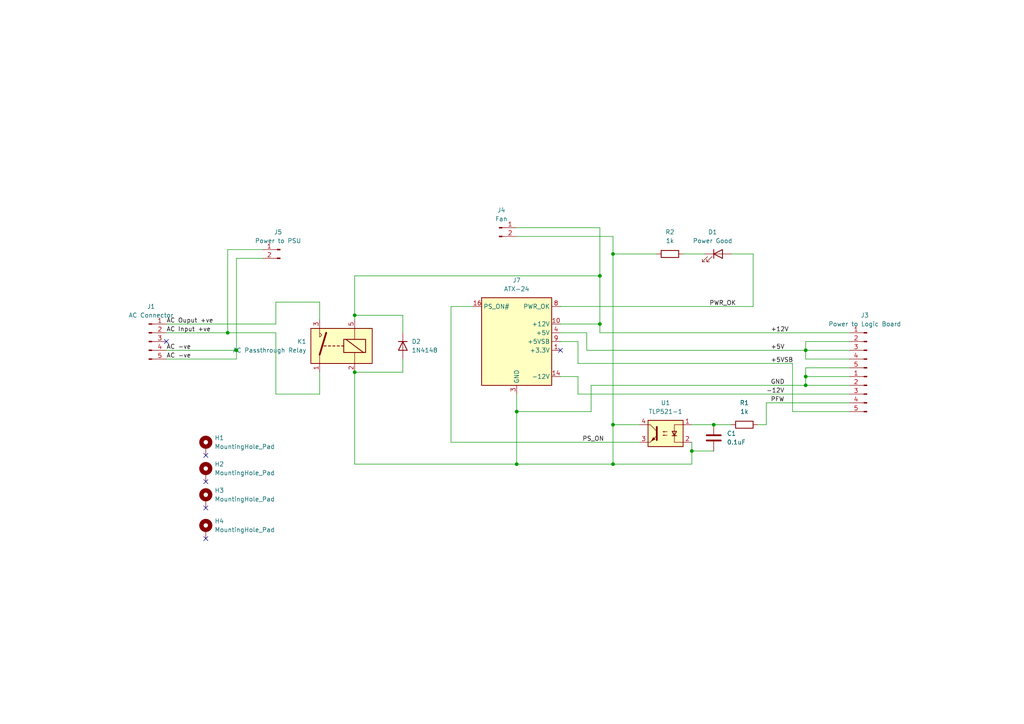
<source format=kicad_sch>
(kicad_sch (version 20231120) (generator "eeschema") (generator_version "8.0")
  (paper "A4")
  (title_block (title "${Title}") (date "2024-11-09") (rev "${Revision}") (company "${Company}"))
  (lib_symbols
    (symbol "Connector:ATX-24"
      (property "Reference" "J" (at -8.89 13.97 0))
      (property "Value" "ATX-24" (at 6.35 13.97 0))
      (symbol "ATX-24_0_1"
        (rectangle (start -10.16 12.7) (end 10.16 -12.7) (stroke (width 0.254)) (fill (type background)))
      )
      (symbol "ATX-24_1_1"
        (pin power_out line (at 12.7 -2.54 180) (length 2.54) (name "+3.3V") (number "1"))
        (pin power_out line (at 12.7 5.08 180) (length 2.54) (name "+12V") (number "10"))
        (pin passive line (at 12.7 5.08 180) (length 2.54) hide (name "+12V") (number "11"))
        (pin passive line (at 12.7 -2.54 180) (length 2.54) hide (name "+3.3V") (number "12"))
        (pin passive line (at 12.7 -2.54 180) (length 2.54) hide (name "+3.3V") (number "13"))
        (pin power_out line (at 12.7 -10.16 180) (length 2.54) (name "-12V") (number "14"))
        (pin passive line (at 0 -15.24 90) (length 2.54) hide (name "GND") (number "15"))
        (pin open_collector line (at -12.7 10.16 0) (length 2.54) (name "PS_ON#") (number "16"))
        (pin passive line (at 0 -15.24 90) (length 2.54) hide (name "GND") (number "17"))
        (pin passive line (at 0 -15.24 90) (length 2.54) hide (name "GND") (number "18"))
        (pin passive line (at 0 -15.24 90) (length 2.54) hide (name "GND") (number "19"))
        (pin passive line (at 12.7 -2.54 180) (length 2.54) hide (name "+3.3V") (number "2"))
        (pin no_connect line (at -10.16 0 0) (length 2.54) hide (name "NC") (number "20"))
        (pin passive line (at 12.7 2.54 180) (length 2.54) hide (name "+5V") (number "21"))
        (pin passive line (at 12.7 2.54 180) (length 2.54) hide (name "+5V") (number "22"))
        (pin passive line (at 12.7 2.54 180) (length 2.54) hide (name "+5V") (number "23"))
        (pin passive line (at 0 -15.24 90) (length 2.54) hide (name "GND") (number "24"))
        (pin power_out line (at 0 -15.24 90) (length 2.54) (name "GND") (number "3"))
        (pin power_out line (at 12.7 2.54 180) (length 2.54) (name "+5V") (number "4"))
        (pin passive line (at 0 -15.24 90) (length 2.54) hide (name "GND") (number "5"))
        (pin passive line (at 12.7 2.54 180) (length 2.54) hide (name "+5V") (number "6"))
        (pin passive line (at 0 -15.24 90) (length 2.54) hide (name "GND") (number "7"))
        (pin output line (at 12.7 10.16 180) (length 2.54) (name "PWR_OK") (number "8"))
        (pin power_out line (at 12.7 0 180) (length 2.54) (name "+5VSB") (number "9"))
      )
    )
    (symbol "Connector:Conn_01x02_Pin" (pin_names (offset 1.016) hide)
      (property "Reference" "J" (at 0 2.54 0))
      (property "Value" "Conn_01x02_Pin" (at 0 -5.08 0))
      (symbol "Conn_01x02_Pin_1_1"
        (polyline (pts (xy 1.27 -2.54) (xy 0.8636 -2.54)) (stroke (width 0.1524)))
        (polyline (pts (xy 1.27 0) (xy 0.8636 0)) (stroke (width 0.1524)))
        (rectangle (start 0.8636 -2.413) (end 0 -2.667) (stroke (width 0.1524)) (fill (type outline)))
        (rectangle (start 0.8636 0.127) (end 0 -0.127) (stroke (width 0.1524)) (fill (type outline)))
        (pin passive line (at 5.08 0 180) (length 3.81) (name "Pin_1") (number "1"))
        (pin passive line (at 5.08 -2.54 180) (length 3.81) (name "Pin_2") (number "2"))
      )
    )
    (symbol "Connector:Conn_01x05_Pin" (pin_names (offset 1.016) hide)
      (property "Reference" "J" (at 0 7.62 0))
      (property "Value" "Conn_01x05_Pin" (at 0 -7.62 0))
      (symbol "Conn_01x05_Pin_1_1"
        (polyline (pts (xy 1.27 -5.08) (xy 0.8636 -5.08)) (stroke (width 0.1524)))
        (polyline (pts (xy 1.27 -2.54) (xy 0.8636 -2.54)) (stroke (width 0.1524)))
        (polyline (pts (xy 1.27 0) (xy 0.8636 0)) (stroke (width 0.1524)))
        (polyline (pts (xy 1.27 2.54) (xy 0.8636 2.54)) (stroke (width 0.1524)))
        (polyline (pts (xy 1.27 5.08) (xy 0.8636 5.08)) (stroke (width 0.1524)))
        (rectangle (start 0.8636 -4.953) (end 0 -5.207) (stroke (width 0.1524)) (fill (type outline)))
        (rectangle (start 0.8636 -2.413) (end 0 -2.667) (stroke (width 0.1524)) (fill (type outline)))
        (rectangle (start 0.8636 0.127) (end 0 -0.127) (stroke (width 0.1524)) (fill (type outline)))
        (rectangle (start 0.8636 2.667) (end 0 2.413) (stroke (width 0.1524)) (fill (type outline)))
        (rectangle (start 0.8636 5.207) (end 0 4.953) (stroke (width 0.1524)) (fill (type outline)))
        (pin passive line (at 5.08 5.08 180) (length 3.81) (name "Pin_1") (number "1"))
        (pin passive line (at 5.08 2.54 180) (length 3.81) (name "Pin_2") (number "2"))
        (pin passive line (at 5.08 0 180) (length 3.81) (name "Pin_3") (number "3"))
        (pin passive line (at 5.08 -2.54 180) (length 3.81) (name "Pin_4") (number "4"))
        (pin passive line (at 5.08 -5.08 180) (length 3.81) (name "Pin_5") (number "5"))
      )
    )
    (symbol "Device:C" (pin_numbers hide) (pin_names (offset 0.254))
      (property "Reference" "C" (at 0.635 2.54 0))
      (property "Value" "C" (at 0.635 -2.54 0))
      (symbol "C_0_1"
        (polyline (pts (xy -2.032 -0.762) (xy 2.032 -0.762)) (stroke (width 0.508)))
        (polyline (pts (xy -2.032 0.762) (xy 2.032 0.762)) (stroke (width 0.508)))
      )
      (symbol "C_1_1"
        (pin passive line (at 0 3.81 270) (length 2.794) (name "~") (number "1"))
        (pin passive line (at 0 -3.81 90) (length 2.794) (name "~") (number "2"))
      )
    )
    (symbol "Device:LED" (pin_numbers hide) (pin_names (offset 1.016) hide)
      (property "Reference" "D" (at 0 2.54 0))
      (property "Value" "LED" (at 0 -2.54 0))
      (symbol "LED_0_1"
        (polyline (pts (xy -1.27 -1.27) (xy -1.27 1.27)) (stroke (width 0.254)))
        (polyline (pts (xy -1.27 0) (xy 1.27 0)))
        (polyline (pts (xy 1.27 -1.27) (xy 1.27 1.27) (xy -1.27 0) (xy 1.27 -1.27)) (stroke (width 0.254)))
        (polyline (pts (xy -3.048 -0.762) (xy -4.572 -2.286) (xy -3.81 -2.286) (xy -4.572 -2.286) (xy -4.572 -1.524)))
        (polyline (pts (xy -1.778 -0.762) (xy -3.302 -2.286) (xy -2.54 -2.286) (xy -3.302 -2.286) (xy -3.302 -1.524)))
      )
      (symbol "LED_1_1"
        (pin passive line (at -3.81 0 0) (length 2.54) (name "K") (number "1"))
        (pin passive line (at 3.81 0 180) (length 2.54) (name "A") (number "2"))
      )
    )
    (symbol "Device:R" (pin_numbers hide) (pin_names (offset 0))
      (property "Reference" "R" (at 2.032 0 90))
      (property "Value" "R" (at 0 0 90))
      (symbol "R_0_1"
        (rectangle (start -1.016 -2.54) (end 1.016 2.54) (stroke (width 0.254)))
      )
      (symbol "R_1_1"
        (pin passive line (at 0 3.81 270) (length 1.27) (name "~") (number "1"))
        (pin passive line (at 0 -3.81 90) (length 1.27) (name "~") (number "2"))
      )
    )
    (symbol "Diode:1N4148" (pin_numbers hide) (pin_names hide)
      (property "Reference" "D" (at 0 2.54 0))
      (property "Value" "1N4148" (at 0 -2.54 0))
      (symbol "1N4148_0_1"
        (polyline (pts (xy -1.27 1.27) (xy -1.27 -1.27)) (stroke (width 0.254)))
        (polyline (pts (xy 1.27 0) (xy -1.27 0)))
        (polyline (pts (xy 1.27 1.27) (xy 1.27 -1.27) (xy -1.27 0) (xy 1.27 1.27)) (stroke (width 0.254)))
      )
      (symbol "1N4148_1_1"
        (pin passive line (at -3.81 0 0) (length 2.54) (name "K") (number "1"))
        (pin passive line (at 3.81 0 180) (length 2.54) (name "A") (number "2"))
      )
    )
    (symbol "Isolator:PC817" (pin_names (offset 1.016))
      (property "Reference" "U" (at -5.08 5.08 0))
      (property "Value" "PC817" (at 0 5.08 0))
      (symbol "PC817_0_1"
        (rectangle (start -5.08 3.81) (end 5.08 -3.81) (stroke (width 0.254)) (fill (type background)))
        (polyline (pts (xy -3.175 -0.635) (xy -1.905 -0.635)) (stroke (width 0.254)))
        (polyline (pts (xy 2.54 0.635) (xy 4.445 2.54)))
        (polyline (pts (xy 4.445 -2.54) (xy 2.54 -0.635)) (fill (type outline)))
        (polyline (pts (xy 4.445 -2.54) (xy 5.08 -2.54)))
        (polyline (pts (xy 4.445 2.54) (xy 5.08 2.54)))
        (polyline (pts (xy -5.08 2.54) (xy -2.54 2.54) (xy -2.54 -0.635)))
        (polyline (pts (xy -2.54 -0.635) (xy -2.54 -2.54) (xy -5.08 -2.54)))
        (polyline (pts (xy 2.54 1.905) (xy 2.54 -1.905) (xy 2.54 -1.905)) (stroke (width 0.508)))
        (polyline (pts (xy -2.54 -0.635) (xy -3.175 0.635) (xy -1.905 0.635) (xy -2.54 -0.635)) (stroke (width 0.254)))
        (polyline (pts (xy -0.508 -0.508) (xy 0.762 -0.508) (xy 0.381 -0.635) (xy 0.381 -0.381) (xy 0.762 -0.508)))
        (polyline (pts (xy -0.508 0.508) (xy 0.762 0.508) (xy 0.381 0.381) (xy 0.381 0.635) (xy 0.762 0.508)))
        (polyline (pts (xy 3.048 -1.651) (xy 3.556 -1.143) (xy 4.064 -2.159) (xy 3.048 -1.651) (xy 3.048 -1.651)) (fill (type outline)))
      )
      (symbol "PC817_1_1"
        (pin passive line (at -7.62 2.54 0) (length 2.54) (name "~") (number "1"))
        (pin passive line (at -7.62 -2.54 0) (length 2.54) (name "~") (number "2"))
        (pin passive line (at 7.62 -2.54 180) (length 2.54) (name "~") (number "3"))
        (pin passive line (at 7.62 2.54 180) (length 2.54) (name "~") (number "4"))
      )
    )
    (symbol "Mechanical:MountingHole_Pad" (pin_numbers hide) (pin_names (offset 1.016) hide) (exclude_from_sim yes) (in_bom no)
      (property "Reference" "H" (at 0 6.35 0))
      (property "Value" "MountingHole_Pad" (at 0 4.445 0))
      (symbol "MountingHole_Pad_0_1"
        (circle (center 0 1.27) (radius 1.27) (stroke (width 1.27)))
      )
      (symbol "MountingHole_Pad_1_1"
        (pin input line (at 0 -2.54 90) (length 2.54) (name "1") (number "1"))
      )
    )
    (symbol "Relay:SANYOU_SRD_Form_A"
      (property "Reference" "K" (at 8.89 3.81 0))
      (property "Value" "SANYOU_SRD_Form_A" (at 8.89 1.27 0))
      (symbol "SANYOU_SRD_Form_A_0_0"
        (polyline (pts (xy 5.08 5.08) (xy 5.08 2.54) (xy 4.445 3.175) (xy 5.08 3.81)))
      )
      (symbol "SANYOU_SRD_Form_A_0_1"
        (rectangle (start -10.16 5.08) (end 7.62 -5.08) (stroke (width 0.254)) (fill (type background)))
        (rectangle (start -8.255 1.905) (end -1.905 -1.905) (stroke (width 0.254)))
        (polyline (pts (xy -7.62 -1.905) (xy -2.54 1.905)) (stroke (width 0.254)))
        (polyline (pts (xy -5.08 -5.08) (xy -5.08 -1.905)))
        (polyline (pts (xy -5.08 5.08) (xy -5.08 1.905)))
        (polyline (pts (xy -1.905 0) (xy -1.27 0)) (stroke (width 0.254)))
        (polyline (pts (xy -0.635 0) (xy 0 0)) (stroke (width 0.254)))
        (polyline (pts (xy 0.635 0) (xy 1.27 0)) (stroke (width 0.254)))
        (polyline (pts (xy 1.905 0) (xy 2.54 0)) (stroke (width 0.254)))
        (polyline (pts (xy 3.175 0) (xy 3.81 0)) (stroke (width 0.254)))
        (polyline (pts (xy 5.08 -2.54) (xy 3.175 3.81)) (stroke (width 0.508)))
        (polyline (pts (xy 5.08 -2.54) (xy 5.08 -5.08)))
      )
      (symbol "SANYOU_SRD_Form_A_1_1"
        (pin passive line (at 5.08 -7.62 90) (length 2.54) (name "~") (number "1"))
        (pin passive line (at -5.08 -7.62 90) (length 2.54) (name "~") (number "2"))
        (pin passive line (at 5.08 7.62 270) (length 2.54) (name "~") (number "3"))
        (pin passive line (at -5.08 7.62 270) (length 2.54) (name "~") (number "5"))
      )
    )
  )
  (junction (at 149.86 119.38))
  (junction (at 233.68 111.76))
  (junction (at 177.8 134.62))
  (junction (at 68.58 101.6))
  (junction (at 102.87 91.44))
  (junction (at 177.8 123.19))
  (junction (at 233.68 101.6))
  (junction (at 149.86 134.62))
  (junction (at 177.8 73.66))
  (junction (at 173.99 80.01))
  (junction (at 200.66 130.81))
  (junction (at 102.87 107.95))
  (junction (at 207.01 123.19))
  (junction (at 173.99 93.98))
  (junction (at 66.04 96.52))
  (junction (at 233.68 109.22))
  (no_connect (at 59.69 147.32))
  (no_connect (at 59.69 132.08))
  (no_connect (at 59.69 156.21))
  (no_connect (at 48.26 99.06))
  (no_connect (at 162.56 101.6))
  (no_connect (at 59.69 139.7))
  (wire (pts (xy 80.01 96.52) (xy 80.01 114.3)))
  (wire (pts (xy 222.25 116.84) (xy 222.25 123.19)))
  (wire (pts (xy 177.8 123.19) (xy 185.42 123.19)))
  (wire (pts (xy 177.8 134.62) (xy 200.66 134.62)))
  (wire (pts (xy 116.84 107.95) (xy 102.87 107.95)))
  (wire (pts (xy 177.8 73.66) (xy 177.8 123.19)))
  (wire (pts (xy 200.66 128.27) (xy 200.66 130.81)))
  (wire (pts (xy 167.64 99.06) (xy 167.64 105.41)))
  (wire (pts (xy 162.56 109.22) (xy 167.64 109.22)))
  (wire (pts (xy 246.38 109.22) (xy 233.68 109.22)))
  (wire (pts (xy 198.12 73.66) (xy 204.47 73.66)))
  (wire (pts (xy 171.45 111.76) (xy 233.68 111.76)))
  (wire (pts (xy 177.8 123.19) (xy 177.8 134.62)))
  (wire (pts (xy 92.71 87.63) (xy 92.71 92.71)))
  (wire (pts (xy 149.86 68.58) (xy 177.8 68.58)))
  (wire (pts (xy 233.68 99.06) (xy 246.38 99.06)))
  (wire (pts (xy 149.86 114.3) (xy 149.86 119.38)))
  (wire (pts (xy 149.86 119.38) (xy 149.86 134.62)))
  (wire (pts (xy 246.38 101.6) (xy 233.68 101.6)))
  (wire (pts (xy 102.87 80.01) (xy 102.87 91.44)))
  (wire (pts (xy 102.87 91.44) (xy 102.87 92.71)))
  (wire (pts (xy 80.01 87.63) (xy 92.71 87.63)))
  (wire (pts (xy 116.84 96.52) (xy 116.84 91.44)))
  (wire (pts (xy 200.66 134.62) (xy 200.66 130.81)))
  (wire (pts (xy 218.44 88.9) (xy 218.44 73.66)))
  (wire (pts (xy 246.38 104.14) (xy 233.68 104.14)))
  (wire (pts (xy 246.38 111.76) (xy 233.68 111.76)))
  (wire (pts (xy 222.25 116.84) (xy 246.38 116.84)))
  (wire (pts (xy 149.86 119.38) (xy 171.45 119.38)))
  (wire (pts (xy 207.01 123.19) (xy 212.09 123.19)))
  (wire (pts (xy 233.68 109.22) (xy 233.68 111.76)))
  (wire (pts (xy 229.87 105.41) (xy 229.87 119.38)))
  (wire (pts (xy 233.68 104.14) (xy 233.68 101.6)))
  (wire (pts (xy 68.58 101.6) (xy 68.58 74.93)))
  (wire (pts (xy 173.99 80.01) (xy 102.87 80.01)))
  (wire (pts (xy 92.71 114.3) (xy 80.01 114.3)))
  (wire (pts (xy 66.04 96.52) (xy 66.04 72.39)))
  (wire (pts (xy 171.45 119.38) (xy 171.45 111.76)))
  (wire (pts (xy 233.68 106.68) (xy 233.68 109.22)))
  (wire (pts (xy 173.99 66.04) (xy 173.99 80.01)))
  (wire (pts (xy 102.87 134.62) (xy 149.86 134.62)))
  (wire (pts (xy 130.81 88.9) (xy 130.81 128.27)))
  (wire (pts (xy 190.5 73.66) (xy 177.8 73.66)))
  (wire (pts (xy 170.18 101.6) (xy 233.68 101.6)))
  (wire (pts (xy 212.09 73.66) (xy 218.44 73.66)))
  (wire (pts (xy 149.86 134.62) (xy 177.8 134.62)))
  (wire (pts (xy 130.81 88.9) (xy 137.16 88.9)))
  (wire (pts (xy 200.66 123.19) (xy 207.01 123.19)))
  (wire (pts (xy 162.56 88.9) (xy 218.44 88.9)))
  (wire (pts (xy 68.58 101.6) (xy 68.58 104.14)))
  (wire (pts (xy 229.87 119.38) (xy 246.38 119.38)))
  (wire (pts (xy 167.64 109.22) (xy 167.64 114.3)))
  (wire (pts (xy 233.68 106.68) (xy 246.38 106.68)))
  (wire (pts (xy 162.56 96.52) (xy 170.18 96.52)))
  (wire (pts (xy 48.26 104.14) (xy 68.58 104.14)))
  (wire (pts (xy 167.64 105.41) (xy 229.87 105.41)))
  (wire (pts (xy 68.58 74.93) (xy 76.2 74.93)))
  (wire (pts (xy 48.26 96.52) (xy 66.04 96.52)))
  (wire (pts (xy 170.18 96.52) (xy 170.18 101.6)))
  (wire (pts (xy 177.8 68.58) (xy 177.8 73.66)))
  (wire (pts (xy 48.26 93.98) (xy 80.01 93.98)))
  (wire (pts (xy 200.66 130.81) (xy 207.01 130.81)))
  (wire (pts (xy 233.68 99.06) (xy 233.68 101.6)))
  (wire (pts (xy 102.87 107.95) (xy 102.87 134.62)))
  (wire (pts (xy 173.99 93.98) (xy 173.99 96.52)))
  (wire (pts (xy 173.99 96.52) (xy 246.38 96.52)))
  (wire (pts (xy 162.56 99.06) (xy 167.64 99.06)))
  (wire (pts (xy 48.26 101.6) (xy 68.58 101.6)))
  (wire (pts (xy 92.71 107.95) (xy 92.71 114.3)))
  (wire (pts (xy 173.99 80.01) (xy 173.99 93.98)))
  (wire (pts (xy 167.64 114.3) (xy 246.38 114.3)))
  (wire (pts (xy 80.01 93.98) (xy 80.01 87.63)))
  (wire (pts (xy 219.71 123.19) (xy 222.25 123.19)))
  (wire (pts (xy 66.04 72.39) (xy 76.2 72.39)))
  (wire (pts (xy 162.56 93.98) (xy 173.99 93.98)))
  (wire (pts (xy 66.04 96.52) (xy 80.01 96.52)))
  (wire (pts (xy 116.84 104.14) (xy 116.84 107.95)))
  (wire (pts (xy 116.84 91.44) (xy 102.87 91.44)))
  (wire (pts (xy 149.86 66.04) (xy 173.99 66.04)))
  (wire (pts (xy 130.81 128.27) (xy 185.42 128.27)))
  (label "AC -ve" (at 48.26 104.14 0))
  (label "AC Ouput +ve" (at 48.26 93.98 0))
  (label "PS_ON" (at 168.91 128.27 0))
  (label "GND" (at 223.52 111.76 0))
  (label "AC Input +ve" (at 48.26 96.52 0))
  (label "-12V" (at 222.25 114.3 0))
  (label "AC -ve" (at 48.26 101.6 0))
  (label "+5V" (at 223.52 101.6 0))
  (label "+5VSB" (at 223.52 105.41 0))
  (label "PWR_OK" (at 205.74 88.9 0))
  (label "+12V" (at 223.52 96.52 0))
  (label "PFW" (at 223.52 116.84 0))
  (symbol (lib_id "Device:LED") (at 208.28 73.66 0) (unit 1)
    (property "Reference" "D1" (at 206.6925 67.31 0))
    (property "Value" "Power Good" (at 206.6925 69.85 0))
    (property "Footprint" "LED_THT:LED_D5.0mm" (effects (hide yes)))
    (property "Description" "Light emitting diode" (effects (hide yes)))
  )
  (symbol (lib_id "Mechanical:MountingHole_Pad") (at 59.69 137.16 0) (unit 1) (exclude_from_sim yes) (in_bom no)
    (property "Reference" "H2" (at 62.23 134.6199 0) (effects (justify left)))
    (property "Value" "MountingHole_Pad" (at 62.23 137.1599 0) (effects (justify left)))
    (property "Footprint" "MountingHole:MountingHole_3.7mm_Pad" (effects (hide yes)))
    (property "Description" "Mounting Hole with connection" (effects (hide yes)))
  )
  (symbol (lib_id "Connector:Conn_01x02_Pin") (at 81.28 72.39 0) (mirror y) (unit 1)
    (property "Reference" "J5" (at 80.645 67.31 0))
    (property "Value" "Power to PSU" (at 80.645 69.85 0))
    (property "Footprint" "Connector_Wire:SolderWire-2sqmm_1x02_P7.8mm_D2mm_OD3.9mm" (effects (hide yes)))
    (property "Description" "Generic connector, single row, 01x02, script generated" (effects (hide yes)))
  )
  (symbol (lib_id "Device:C") (at 207.01 127 0) (unit 1)
    (property "Reference" "C1" (at 210.82 125.7299 0) (effects (justify left)))
    (property "Value" "0.1uF" (at 210.82 128.2699 0) (effects (justify left)))
    (property "Footprint" "Capacitor_THT:C_Disc_D4.3mm_W1.9mm_P5.00mm" (effects (hide yes)))
    (property "Description" "Unpolarized capacitor" (effects (hide yes)))
  )
  (symbol (lib_id "Diode:1N4148") (at 116.84 100.33 270) (unit 1)
    (property "Reference" "D2" (at 119.38 99.0599 90) (effects (justify left)))
    (property "Value" "1N4148" (at 119.38 101.5999 90) (effects (justify left)))
    (property "Footprint" "Diode_THT:D_DO-35_SOD27_P7.62mm_Horizontal" (effects (hide yes)))
    (property "Datasheet" "https://assets.nexperia.com/documents/data-sheet/1N4148_1N4448.pdf" (effects (hide yes)))
    (property "Description" "100V 0.15A standard switching diode, DO-35" (effects (hide yes)))
    (property "Sim.Device" "D" (effects (hide yes)))
    (property "Sim.Pins" "1=K 2=A" (effects (hide yes)))
  )
  (symbol (lib_id "Connector:Conn_01x05_Pin") (at 251.46 114.3 0) (mirror y) (unit 1)
    (property "Reference" "J6" (effects (hide yes)))
    (property "Value" "Conn_01x05_Pin" (effects (hide yes)))
    (property "Footprint" "Connector_Wire:SolderWire-2sqmm_1x05_P7.8mm_D2mm_OD3.9mm" (effects (hide yes)))
    (property "Description" "Generic connector, single row, 01x05, script generated" (effects (hide yes)))
  )
  (symbol (lib_id "Isolator:PC817") (at 193.04 125.73 0) (mirror y) (unit 1)
    (property "Reference" "U1" (at 193.04 116.84 0))
    (property "Value" "TLP521-1" (at 193.04 119.38 0))
    (property "Footprint" "Package_DIP:DIP-4_W7.62mm" (effects (hide yes)))
    (property "Datasheet" "http://www.soselectronic.cz/a_info/resource/d/pc817.pdf" (effects (hide yes)))
    (property "Description" "DC Optocoupler, Vce 35V, CTR 50-300%, DIP-4" (effects (hide yes)))
  )
  (symbol (lib_id "Device:R") (at 194.31 73.66 270) (unit 1)
    (property "Reference" "R2" (at 194.31 67.31 90))
    (property "Value" "1k" (at 194.31 69.85 90))
    (property "Footprint" "Resistor_THT:R_Axial_DIN0204_L3.6mm_D1.6mm_P7.62mm_Horizontal" (effects (hide yes)))
    (property "Description" "Resistor" (effects (hide yes)))
  )
  (symbol (lib_id "Mechanical:MountingHole_Pad") (at 59.69 153.67 0) (unit 1) (exclude_from_sim yes) (in_bom no)
    (property "Reference" "H4" (at 62.23 151.1299 0) (effects (justify left)))
    (property "Value" "MountingHole_Pad" (at 62.23 153.6699 0) (effects (justify left)))
    (property "Footprint" "MountingHole:MountingHole_3.7mm_Pad" (effects (hide yes)))
    (property "Description" "Mounting Hole with connection" (effects (hide yes)))
  )
  (symbol (lib_id "Relay:SANYOU_SRD_Form_A") (at 97.79 100.33 0) (mirror y) (unit 1)
    (property "Reference" "K1" (at 88.9 99.0599 0) (effects (justify left)))
    (property "Value" "AC Passthrough Relay" (at 88.9 101.5999 0) (effects (justify left)))
    (property "Footprint" "Relay_THT:Relay_SPST_SANYOU_SRD_Series_Form_A" (effects (hide yes)))
    (property "Datasheet" "http://www.sanyourelay.ca/public/products/pdf/SRD.pdf" (effects (hide yes)))
    (property "Description" "Sanyo SRD relay, Single Pole Miniature Power Relay, Closing Contact" (effects (hide yes)))
  )
  (symbol (lib_id "Connector:ATX-24") (at 149.86 99.06 0) (unit 1)
    (property "Reference" "J7" (at 149.86 81.28 0))
    (property "Value" "ATX-24" (at 149.86 83.82 0))
    (property "Footprint" "Connector_Molex:Molex_Mini-Fit_Jr_5566-24A_2x12_P4.20mm_Vertical" (effects (hide yes)))
    (property "Datasheet" "https://www.intel.com/content/dam/www/public/us/en/documents/guides/power-supply-design-guide-june.pdf#page=33" (effects (hide yes)))
    (property "Description" "ATX Power supply 24pins" (effects (hide yes)))
  )
  (symbol (lib_id "Device:R") (at 215.9 123.19 270) (unit 1)
    (property "Reference" "R1" (at 215.9 116.84 90))
    (property "Value" "1k" (at 215.9 119.38 90))
    (property "Footprint" "Resistor_THT:R_Axial_DIN0204_L3.6mm_D1.6mm_P7.62mm_Horizontal" (effects (hide yes)))
    (property "Description" "Resistor" (effects (hide yes)))
  )
  (symbol (lib_id "Mechanical:MountingHole_Pad") (at 59.69 129.54 0) (unit 1) (exclude_from_sim yes) (in_bom no)
    (property "Reference" "H1" (at 62.23 126.9999 0) (effects (justify left)))
    (property "Value" "MountingHole_Pad" (at 62.23 129.5399 0) (effects (justify left)))
    (property "Footprint" "MountingHole:MountingHole_3.7mm_Pad" (effects (hide yes)))
    (property "Description" "Mounting Hole with connection" (effects (hide yes)))
  )
  (symbol (lib_id "Connector:Conn_01x05_Pin") (at 43.18 99.06 0) (unit 1)
    (property "Reference" "J1" (at 43.815 88.9 0))
    (property "Value" "AC Connector" (at 43.815 91.44 0))
    (property "Footprint" "Connector_JST:JST_VH_B5P-VH-B_1x05_P3.96mm_Vertical" (effects (hide yes)))
    (property "Description" "Generic connector, single row, 01x05, script generated" (effects (hide yes)))
  )
  (symbol (lib_id "Connector:Conn_01x05_Pin") (at 251.46 101.6 0) (mirror y) (unit 1)
    (property "Reference" "J3" (at 250.825 91.44 0))
    (property "Value" "Power to Logic Board" (at 250.825 93.98 0))
    (property "Footprint" "Connector_Wire:SolderWire-2sqmm_1x05_P7.8mm_D2mm_OD3.9mm" (effects (hide yes)))
    (property "Description" "Generic connector, single row, 01x05, script generated" (effects (hide yes)))
  )
  (symbol (lib_id "Mechanical:MountingHole_Pad") (at 59.69 144.78 0) (unit 1) (exclude_from_sim yes) (in_bom no)
    (property "Reference" "H3" (at 62.23 142.2399 0) (effects (justify left)))
    (property "Value" "MountingHole_Pad" (at 62.23 144.7799 0) (effects (justify left)))
    (property "Footprint" "MountingHole:MountingHole_3.7mm_Pad" (effects (hide yes)))
    (property "Description" "Mounting Hole with connection" (effects (hide yes)))
  )
  (symbol (lib_id "Connector:Conn_01x02_Pin") (at 144.78 66.04 0) (unit 1)
    (property "Reference" "J4" (at 145.415 60.96 0))
    (property "Value" "Fan" (at 145.415 63.5 0))
    (property "Footprint" "Connector_JST:JST_PH_B2B-PH-K_1x02_P2.00mm_Vertical" (effects (hide yes)))
    (property "Description" "Generic connector, single row, 01x02, script generated" (effects (hide yes)))
  )
)
</source>
